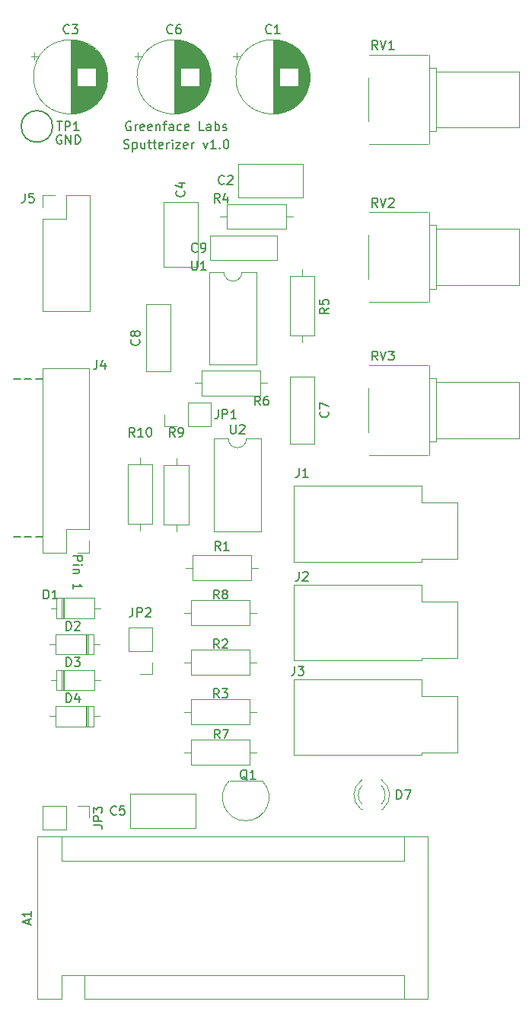
<source format=gbr>
G04 #@! TF.GenerationSoftware,KiCad,Pcbnew,(5.1.2)-1*
G04 #@! TF.CreationDate,2019-10-08T15:51:24-07:00*
G04 #@! TF.ProjectId,sputterizer,73707574-7465-4726-997a-65722e6b6963,rev?*
G04 #@! TF.SameCoordinates,Original*
G04 #@! TF.FileFunction,Legend,Top*
G04 #@! TF.FilePolarity,Positive*
%FSLAX46Y46*%
G04 Gerber Fmt 4.6, Leading zero omitted, Abs format (unit mm)*
G04 Created by KiCad (PCBNEW (5.1.2)-1) date 2019-10-08 15:51:24*
%MOMM*%
%LPD*%
G04 APERTURE LIST*
%ADD10C,0.150000*%
%ADD11C,0.120000*%
G04 APERTURE END LIST*
D10*
X54238095Y-78500000D02*
X54142857Y-78452380D01*
X54000000Y-78452380D01*
X53857142Y-78500000D01*
X53761904Y-78595238D01*
X53714285Y-78690476D01*
X53666666Y-78880952D01*
X53666666Y-79023809D01*
X53714285Y-79214285D01*
X53761904Y-79309523D01*
X53857142Y-79404761D01*
X54000000Y-79452380D01*
X54095238Y-79452380D01*
X54238095Y-79404761D01*
X54285714Y-79357142D01*
X54285714Y-79023809D01*
X54095238Y-79023809D01*
X54714285Y-79452380D02*
X54714285Y-78452380D01*
X55285714Y-79452380D01*
X55285714Y-78452380D01*
X55761904Y-79452380D02*
X55761904Y-78452380D01*
X56000000Y-78452380D01*
X56142857Y-78500000D01*
X56238095Y-78595238D01*
X56285714Y-78690476D01*
X56333333Y-78880952D01*
X56333333Y-79023809D01*
X56285714Y-79214285D01*
X56238095Y-79309523D01*
X56142857Y-79404761D01*
X56000000Y-79452380D01*
X55761904Y-79452380D01*
X48880952Y-123071428D02*
X49642857Y-123071428D01*
X50119047Y-123071428D02*
X50880952Y-123071428D01*
X51357142Y-123071428D02*
X52119047Y-123071428D01*
X48880952Y-105571428D02*
X49642857Y-105571428D01*
X50119047Y-105571428D02*
X50880952Y-105571428D01*
X51357142Y-105571428D02*
X52119047Y-105571428D01*
X55547619Y-125190476D02*
X56547619Y-125190476D01*
X56547619Y-125571428D01*
X56500000Y-125666666D01*
X56452380Y-125714285D01*
X56357142Y-125761904D01*
X56214285Y-125761904D01*
X56119047Y-125714285D01*
X56071428Y-125666666D01*
X56023809Y-125571428D01*
X56023809Y-125190476D01*
X55547619Y-126190476D02*
X56214285Y-126190476D01*
X56547619Y-126190476D02*
X56500000Y-126142857D01*
X56452380Y-126190476D01*
X56500000Y-126238095D01*
X56547619Y-126190476D01*
X56452380Y-126190476D01*
X56214285Y-126666666D02*
X55547619Y-126666666D01*
X56119047Y-126666666D02*
X56166666Y-126714285D01*
X56214285Y-126809523D01*
X56214285Y-126952380D01*
X56166666Y-127047619D01*
X56071428Y-127095238D01*
X55547619Y-127095238D01*
X55547619Y-128857142D02*
X55547619Y-128285714D01*
X55547619Y-128571428D02*
X56547619Y-128571428D01*
X56404761Y-128476190D01*
X56309523Y-128380952D01*
X56261904Y-128285714D01*
X61166666Y-79904761D02*
X61309523Y-79952380D01*
X61547619Y-79952380D01*
X61642857Y-79904761D01*
X61690476Y-79857142D01*
X61738095Y-79761904D01*
X61738095Y-79666666D01*
X61690476Y-79571428D01*
X61642857Y-79523809D01*
X61547619Y-79476190D01*
X61357142Y-79428571D01*
X61261904Y-79380952D01*
X61214285Y-79333333D01*
X61166666Y-79238095D01*
X61166666Y-79142857D01*
X61214285Y-79047619D01*
X61261904Y-79000000D01*
X61357142Y-78952380D01*
X61595238Y-78952380D01*
X61738095Y-79000000D01*
X62166666Y-79285714D02*
X62166666Y-80285714D01*
X62166666Y-79333333D02*
X62261904Y-79285714D01*
X62452380Y-79285714D01*
X62547619Y-79333333D01*
X62595238Y-79380952D01*
X62642857Y-79476190D01*
X62642857Y-79761904D01*
X62595238Y-79857142D01*
X62547619Y-79904761D01*
X62452380Y-79952380D01*
X62261904Y-79952380D01*
X62166666Y-79904761D01*
X63500000Y-79285714D02*
X63500000Y-79952380D01*
X63071428Y-79285714D02*
X63071428Y-79809523D01*
X63119047Y-79904761D01*
X63214285Y-79952380D01*
X63357142Y-79952380D01*
X63452380Y-79904761D01*
X63500000Y-79857142D01*
X63833333Y-79285714D02*
X64214285Y-79285714D01*
X63976190Y-78952380D02*
X63976190Y-79809523D01*
X64023809Y-79904761D01*
X64119047Y-79952380D01*
X64214285Y-79952380D01*
X64404761Y-79285714D02*
X64785714Y-79285714D01*
X64547619Y-78952380D02*
X64547619Y-79809523D01*
X64595238Y-79904761D01*
X64690476Y-79952380D01*
X64785714Y-79952380D01*
X65500000Y-79904761D02*
X65404761Y-79952380D01*
X65214285Y-79952380D01*
X65119047Y-79904761D01*
X65071428Y-79809523D01*
X65071428Y-79428571D01*
X65119047Y-79333333D01*
X65214285Y-79285714D01*
X65404761Y-79285714D01*
X65500000Y-79333333D01*
X65547619Y-79428571D01*
X65547619Y-79523809D01*
X65071428Y-79619047D01*
X65976190Y-79952380D02*
X65976190Y-79285714D01*
X65976190Y-79476190D02*
X66023809Y-79380952D01*
X66071428Y-79333333D01*
X66166666Y-79285714D01*
X66261904Y-79285714D01*
X66595238Y-79952380D02*
X66595238Y-79285714D01*
X66595238Y-78952380D02*
X66547619Y-79000000D01*
X66595238Y-79047619D01*
X66642857Y-79000000D01*
X66595238Y-78952380D01*
X66595238Y-79047619D01*
X66976190Y-79285714D02*
X67500000Y-79285714D01*
X66976190Y-79952380D01*
X67500000Y-79952380D01*
X68261904Y-79904761D02*
X68166666Y-79952380D01*
X67976190Y-79952380D01*
X67880952Y-79904761D01*
X67833333Y-79809523D01*
X67833333Y-79428571D01*
X67880952Y-79333333D01*
X67976190Y-79285714D01*
X68166666Y-79285714D01*
X68261904Y-79333333D01*
X68309523Y-79428571D01*
X68309523Y-79523809D01*
X67833333Y-79619047D01*
X68738095Y-79952380D02*
X68738095Y-79285714D01*
X68738095Y-79476190D02*
X68785714Y-79380952D01*
X68833333Y-79333333D01*
X68928571Y-79285714D01*
X69023809Y-79285714D01*
X70023809Y-79285714D02*
X70261904Y-79952380D01*
X70500000Y-79285714D01*
X71404761Y-79952380D02*
X70833333Y-79952380D01*
X71119047Y-79952380D02*
X71119047Y-78952380D01*
X71023809Y-79095238D01*
X70928571Y-79190476D01*
X70833333Y-79238095D01*
X71833333Y-79857142D02*
X71880952Y-79904761D01*
X71833333Y-79952380D01*
X71785714Y-79904761D01*
X71833333Y-79857142D01*
X71833333Y-79952380D01*
X72500000Y-78952380D02*
X72595238Y-78952380D01*
X72690476Y-79000000D01*
X72738095Y-79047619D01*
X72785714Y-79142857D01*
X72833333Y-79333333D01*
X72833333Y-79571428D01*
X72785714Y-79761904D01*
X72738095Y-79857142D01*
X72690476Y-79904761D01*
X72595238Y-79952380D01*
X72500000Y-79952380D01*
X72404761Y-79904761D01*
X72357142Y-79857142D01*
X72309523Y-79761904D01*
X72261904Y-79571428D01*
X72261904Y-79333333D01*
X72309523Y-79142857D01*
X72357142Y-79047619D01*
X72404761Y-79000000D01*
X72500000Y-78952380D01*
X61952380Y-77000000D02*
X61857142Y-76952380D01*
X61714285Y-76952380D01*
X61571428Y-77000000D01*
X61476190Y-77095238D01*
X61428571Y-77190476D01*
X61380952Y-77380952D01*
X61380952Y-77523809D01*
X61428571Y-77714285D01*
X61476190Y-77809523D01*
X61571428Y-77904761D01*
X61714285Y-77952380D01*
X61809523Y-77952380D01*
X61952380Y-77904761D01*
X61999999Y-77857142D01*
X61999999Y-77523809D01*
X61809523Y-77523809D01*
X62428571Y-77952380D02*
X62428571Y-77285714D01*
X62428571Y-77476190D02*
X62476190Y-77380952D01*
X62523809Y-77333333D01*
X62619047Y-77285714D01*
X62714285Y-77285714D01*
X63428571Y-77904761D02*
X63333333Y-77952380D01*
X63142857Y-77952380D01*
X63047619Y-77904761D01*
X62999999Y-77809523D01*
X62999999Y-77428571D01*
X63047619Y-77333333D01*
X63142857Y-77285714D01*
X63333333Y-77285714D01*
X63428571Y-77333333D01*
X63476190Y-77428571D01*
X63476190Y-77523809D01*
X62999999Y-77619047D01*
X64285714Y-77904761D02*
X64190476Y-77952380D01*
X63999999Y-77952380D01*
X63904761Y-77904761D01*
X63857142Y-77809523D01*
X63857142Y-77428571D01*
X63904761Y-77333333D01*
X63999999Y-77285714D01*
X64190476Y-77285714D01*
X64285714Y-77333333D01*
X64333333Y-77428571D01*
X64333333Y-77523809D01*
X63857142Y-77619047D01*
X64761904Y-77285714D02*
X64761904Y-77952380D01*
X64761904Y-77380952D02*
X64809523Y-77333333D01*
X64904761Y-77285714D01*
X65047619Y-77285714D01*
X65142857Y-77333333D01*
X65190476Y-77428571D01*
X65190476Y-77952380D01*
X65523809Y-77285714D02*
X65904761Y-77285714D01*
X65666666Y-77952380D02*
X65666666Y-77095238D01*
X65714285Y-77000000D01*
X65809523Y-76952380D01*
X65904761Y-76952380D01*
X66666666Y-77952380D02*
X66666666Y-77428571D01*
X66619047Y-77333333D01*
X66523809Y-77285714D01*
X66333333Y-77285714D01*
X66238095Y-77333333D01*
X66666666Y-77904761D02*
X66571428Y-77952380D01*
X66333333Y-77952380D01*
X66238095Y-77904761D01*
X66190476Y-77809523D01*
X66190476Y-77714285D01*
X66238095Y-77619047D01*
X66333333Y-77571428D01*
X66571428Y-77571428D01*
X66666666Y-77523809D01*
X67571428Y-77904761D02*
X67476190Y-77952380D01*
X67285714Y-77952380D01*
X67190476Y-77904761D01*
X67142857Y-77857142D01*
X67095238Y-77761904D01*
X67095238Y-77476190D01*
X67142857Y-77380952D01*
X67190476Y-77333333D01*
X67285714Y-77285714D01*
X67476190Y-77285714D01*
X67571428Y-77333333D01*
X68380952Y-77904761D02*
X68285714Y-77952380D01*
X68095238Y-77952380D01*
X68000000Y-77904761D01*
X67952380Y-77809523D01*
X67952380Y-77428571D01*
X68000000Y-77333333D01*
X68095238Y-77285714D01*
X68285714Y-77285714D01*
X68380952Y-77333333D01*
X68428571Y-77428571D01*
X68428571Y-77523809D01*
X67952380Y-77619047D01*
X70095238Y-77952380D02*
X69619047Y-77952380D01*
X69619047Y-76952380D01*
X70857142Y-77952380D02*
X70857142Y-77428571D01*
X70809523Y-77333333D01*
X70714285Y-77285714D01*
X70523809Y-77285714D01*
X70428571Y-77333333D01*
X70857142Y-77904761D02*
X70761904Y-77952380D01*
X70523809Y-77952380D01*
X70428571Y-77904761D01*
X70380952Y-77809523D01*
X70380952Y-77714285D01*
X70428571Y-77619047D01*
X70523809Y-77571428D01*
X70761904Y-77571428D01*
X70857142Y-77523809D01*
X71333333Y-77952380D02*
X71333333Y-76952380D01*
X71333333Y-77333333D02*
X71428571Y-77285714D01*
X71619047Y-77285714D01*
X71714285Y-77333333D01*
X71761904Y-77380952D01*
X71809523Y-77476190D01*
X71809523Y-77761904D01*
X71761904Y-77857142D01*
X71714285Y-77904761D01*
X71619047Y-77952380D01*
X71428571Y-77952380D01*
X71333333Y-77904761D01*
X72190476Y-77904761D02*
X72285714Y-77952380D01*
X72476190Y-77952380D01*
X72571428Y-77904761D01*
X72619047Y-77809523D01*
X72619047Y-77761904D01*
X72571428Y-77666666D01*
X72476190Y-77619047D01*
X72333333Y-77619047D01*
X72238095Y-77571428D01*
X72190476Y-77476190D01*
X72190476Y-77428571D01*
X72238095Y-77333333D01*
X72333333Y-77285714D01*
X72476190Y-77285714D01*
X72571428Y-77333333D01*
D11*
X52170000Y-85170000D02*
X53500000Y-85170000D01*
X52170000Y-86500000D02*
X52170000Y-85170000D01*
X54770000Y-85170000D02*
X57370000Y-85170000D01*
X54770000Y-87770000D02*
X54770000Y-85170000D01*
X52170000Y-87770000D02*
X54770000Y-87770000D01*
X57370000Y-85170000D02*
X57370000Y-97990000D01*
X52170000Y-87770000D02*
X52170000Y-97990000D01*
X52170000Y-97990000D02*
X57370000Y-97990000D01*
X51560000Y-156360000D02*
X51560000Y-174400000D01*
X95000000Y-156360000D02*
X51560000Y-156360000D01*
X95000000Y-174400000D02*
X95000000Y-156360000D01*
X92330000Y-171730000D02*
X92330000Y-174400000D01*
X56770000Y-171730000D02*
X92330000Y-171730000D01*
X56770000Y-171730000D02*
X56770000Y-174400000D01*
X92330000Y-159030000D02*
X92330000Y-156360000D01*
X54230000Y-159030000D02*
X92330000Y-159030000D01*
X54230000Y-159030000D02*
X54230000Y-156360000D01*
X51560000Y-174400000D02*
X54230000Y-174400000D01*
X56770000Y-174400000D02*
X95000000Y-174400000D01*
X54230000Y-171730000D02*
X54230000Y-174400000D01*
X56770000Y-171730000D02*
X54230000Y-171730000D01*
X73740302Y-69285000D02*
X73740302Y-70085000D01*
X73340302Y-69685000D02*
X74140302Y-69685000D01*
X81831000Y-71467000D02*
X81831000Y-72533000D01*
X81791000Y-71232000D02*
X81791000Y-72768000D01*
X81751000Y-71052000D02*
X81751000Y-72948000D01*
X81711000Y-70902000D02*
X81711000Y-73098000D01*
X81671000Y-70771000D02*
X81671000Y-73229000D01*
X81631000Y-70654000D02*
X81631000Y-73346000D01*
X81591000Y-70547000D02*
X81591000Y-73453000D01*
X81551000Y-70448000D02*
X81551000Y-73552000D01*
X81511000Y-70355000D02*
X81511000Y-73645000D01*
X81471000Y-70269000D02*
X81471000Y-73731000D01*
X81431000Y-70187000D02*
X81431000Y-73813000D01*
X81391000Y-70110000D02*
X81391000Y-73890000D01*
X81351000Y-70036000D02*
X81351000Y-73964000D01*
X81311000Y-69966000D02*
X81311000Y-74034000D01*
X81271000Y-69898000D02*
X81271000Y-74102000D01*
X81231000Y-69834000D02*
X81231000Y-74166000D01*
X81191000Y-69772000D02*
X81191000Y-74228000D01*
X81151000Y-69713000D02*
X81151000Y-74287000D01*
X81111000Y-69655000D02*
X81111000Y-74345000D01*
X81071000Y-69600000D02*
X81071000Y-74400000D01*
X81031000Y-69546000D02*
X81031000Y-74454000D01*
X80991000Y-69495000D02*
X80991000Y-74505000D01*
X80951000Y-69444000D02*
X80951000Y-74556000D01*
X80911000Y-69396000D02*
X80911000Y-74604000D01*
X80871000Y-69349000D02*
X80871000Y-74651000D01*
X80831000Y-69303000D02*
X80831000Y-74697000D01*
X80791000Y-69259000D02*
X80791000Y-74741000D01*
X80751000Y-69216000D02*
X80751000Y-74784000D01*
X80711000Y-69174000D02*
X80711000Y-74826000D01*
X80671000Y-69133000D02*
X80671000Y-74867000D01*
X80631000Y-69093000D02*
X80631000Y-74907000D01*
X80591000Y-69055000D02*
X80591000Y-74945000D01*
X80551000Y-69017000D02*
X80551000Y-74983000D01*
X80511000Y-73040000D02*
X80511000Y-75019000D01*
X80511000Y-68981000D02*
X80511000Y-70960000D01*
X80471000Y-73040000D02*
X80471000Y-75055000D01*
X80471000Y-68945000D02*
X80471000Y-70960000D01*
X80431000Y-73040000D02*
X80431000Y-75090000D01*
X80431000Y-68910000D02*
X80431000Y-70960000D01*
X80391000Y-73040000D02*
X80391000Y-75124000D01*
X80391000Y-68876000D02*
X80391000Y-70960000D01*
X80351000Y-73040000D02*
X80351000Y-75156000D01*
X80351000Y-68844000D02*
X80351000Y-70960000D01*
X80311000Y-73040000D02*
X80311000Y-75189000D01*
X80311000Y-68811000D02*
X80311000Y-70960000D01*
X80271000Y-73040000D02*
X80271000Y-75220000D01*
X80271000Y-68780000D02*
X80271000Y-70960000D01*
X80231000Y-73040000D02*
X80231000Y-75250000D01*
X80231000Y-68750000D02*
X80231000Y-70960000D01*
X80191000Y-73040000D02*
X80191000Y-75280000D01*
X80191000Y-68720000D02*
X80191000Y-70960000D01*
X80151000Y-73040000D02*
X80151000Y-75309000D01*
X80151000Y-68691000D02*
X80151000Y-70960000D01*
X80111000Y-73040000D02*
X80111000Y-75338000D01*
X80111000Y-68662000D02*
X80111000Y-70960000D01*
X80071000Y-73040000D02*
X80071000Y-75365000D01*
X80071000Y-68635000D02*
X80071000Y-70960000D01*
X80031000Y-73040000D02*
X80031000Y-75392000D01*
X80031000Y-68608000D02*
X80031000Y-70960000D01*
X79991000Y-73040000D02*
X79991000Y-75418000D01*
X79991000Y-68582000D02*
X79991000Y-70960000D01*
X79951000Y-73040000D02*
X79951000Y-75444000D01*
X79951000Y-68556000D02*
X79951000Y-70960000D01*
X79911000Y-73040000D02*
X79911000Y-75469000D01*
X79911000Y-68531000D02*
X79911000Y-70960000D01*
X79871000Y-73040000D02*
X79871000Y-75493000D01*
X79871000Y-68507000D02*
X79871000Y-70960000D01*
X79831000Y-73040000D02*
X79831000Y-75517000D01*
X79831000Y-68483000D02*
X79831000Y-70960000D01*
X79791000Y-73040000D02*
X79791000Y-75540000D01*
X79791000Y-68460000D02*
X79791000Y-70960000D01*
X79751000Y-73040000D02*
X79751000Y-75562000D01*
X79751000Y-68438000D02*
X79751000Y-70960000D01*
X79711000Y-73040000D02*
X79711000Y-75584000D01*
X79711000Y-68416000D02*
X79711000Y-70960000D01*
X79671000Y-73040000D02*
X79671000Y-75606000D01*
X79671000Y-68394000D02*
X79671000Y-70960000D01*
X79631000Y-73040000D02*
X79631000Y-75627000D01*
X79631000Y-68373000D02*
X79631000Y-70960000D01*
X79591000Y-73040000D02*
X79591000Y-75647000D01*
X79591000Y-68353000D02*
X79591000Y-70960000D01*
X79551000Y-73040000D02*
X79551000Y-75666000D01*
X79551000Y-68334000D02*
X79551000Y-70960000D01*
X79511000Y-73040000D02*
X79511000Y-75686000D01*
X79511000Y-68314000D02*
X79511000Y-70960000D01*
X79471000Y-73040000D02*
X79471000Y-75704000D01*
X79471000Y-68296000D02*
X79471000Y-70960000D01*
X79431000Y-73040000D02*
X79431000Y-75722000D01*
X79431000Y-68278000D02*
X79431000Y-70960000D01*
X79391000Y-73040000D02*
X79391000Y-75740000D01*
X79391000Y-68260000D02*
X79391000Y-70960000D01*
X79351000Y-73040000D02*
X79351000Y-75757000D01*
X79351000Y-68243000D02*
X79351000Y-70960000D01*
X79311000Y-73040000D02*
X79311000Y-75774000D01*
X79311000Y-68226000D02*
X79311000Y-70960000D01*
X79271000Y-73040000D02*
X79271000Y-75790000D01*
X79271000Y-68210000D02*
X79271000Y-70960000D01*
X79231000Y-73040000D02*
X79231000Y-75805000D01*
X79231000Y-68195000D02*
X79231000Y-70960000D01*
X79191000Y-73040000D02*
X79191000Y-75821000D01*
X79191000Y-68179000D02*
X79191000Y-70960000D01*
X79151000Y-73040000D02*
X79151000Y-75835000D01*
X79151000Y-68165000D02*
X79151000Y-70960000D01*
X79111000Y-73040000D02*
X79111000Y-75850000D01*
X79111000Y-68150000D02*
X79111000Y-70960000D01*
X79071000Y-73040000D02*
X79071000Y-75863000D01*
X79071000Y-68137000D02*
X79071000Y-70960000D01*
X79031000Y-73040000D02*
X79031000Y-75877000D01*
X79031000Y-68123000D02*
X79031000Y-70960000D01*
X78991000Y-73040000D02*
X78991000Y-75889000D01*
X78991000Y-68111000D02*
X78991000Y-70960000D01*
X78951000Y-73040000D02*
X78951000Y-75902000D01*
X78951000Y-68098000D02*
X78951000Y-70960000D01*
X78911000Y-73040000D02*
X78911000Y-75914000D01*
X78911000Y-68086000D02*
X78911000Y-70960000D01*
X78871000Y-73040000D02*
X78871000Y-75925000D01*
X78871000Y-68075000D02*
X78871000Y-70960000D01*
X78831000Y-73040000D02*
X78831000Y-75936000D01*
X78831000Y-68064000D02*
X78831000Y-70960000D01*
X78791000Y-73040000D02*
X78791000Y-75947000D01*
X78791000Y-68053000D02*
X78791000Y-70960000D01*
X78751000Y-73040000D02*
X78751000Y-75957000D01*
X78751000Y-68043000D02*
X78751000Y-70960000D01*
X78711000Y-73040000D02*
X78711000Y-75967000D01*
X78711000Y-68033000D02*
X78711000Y-70960000D01*
X78671000Y-73040000D02*
X78671000Y-75976000D01*
X78671000Y-68024000D02*
X78671000Y-70960000D01*
X78631000Y-73040000D02*
X78631000Y-75985000D01*
X78631000Y-68015000D02*
X78631000Y-70960000D01*
X78591000Y-73040000D02*
X78591000Y-75994000D01*
X78591000Y-68006000D02*
X78591000Y-70960000D01*
X78551000Y-73040000D02*
X78551000Y-76002000D01*
X78551000Y-67998000D02*
X78551000Y-70960000D01*
X78511000Y-73040000D02*
X78511000Y-76010000D01*
X78511000Y-67990000D02*
X78511000Y-70960000D01*
X78471000Y-73040000D02*
X78471000Y-76017000D01*
X78471000Y-67983000D02*
X78471000Y-70960000D01*
X78430000Y-67976000D02*
X78430000Y-76024000D01*
X78390000Y-67970000D02*
X78390000Y-76030000D01*
X78350000Y-67963000D02*
X78350000Y-76037000D01*
X78310000Y-67958000D02*
X78310000Y-76042000D01*
X78270000Y-67952000D02*
X78270000Y-76048000D01*
X78230000Y-67948000D02*
X78230000Y-76052000D01*
X78190000Y-67943000D02*
X78190000Y-76057000D01*
X78150000Y-67939000D02*
X78150000Y-76061000D01*
X78110000Y-67935000D02*
X78110000Y-76065000D01*
X78070000Y-67932000D02*
X78070000Y-76068000D01*
X78030000Y-67929000D02*
X78030000Y-76071000D01*
X77990000Y-67926000D02*
X77990000Y-76074000D01*
X77950000Y-67924000D02*
X77950000Y-76076000D01*
X77910000Y-67923000D02*
X77910000Y-76077000D01*
X77870000Y-67921000D02*
X77870000Y-76079000D01*
X77830000Y-67920000D02*
X77830000Y-76080000D01*
X77790000Y-67920000D02*
X77790000Y-76080000D01*
X77750000Y-67920000D02*
X77750000Y-76080000D01*
X81870000Y-72000000D02*
G75*
G03X81870000Y-72000000I-4120000J0D01*
G01*
X81120000Y-81630000D02*
X81120000Y-85370000D01*
X73880000Y-81630000D02*
X73880000Y-85370000D01*
X73880000Y-85370000D02*
X81120000Y-85370000D01*
X73880000Y-81630000D02*
X81120000Y-81630000D01*
X51240302Y-69285000D02*
X51240302Y-70085000D01*
X50840302Y-69685000D02*
X51640302Y-69685000D01*
X59331000Y-71467000D02*
X59331000Y-72533000D01*
X59291000Y-71232000D02*
X59291000Y-72768000D01*
X59251000Y-71052000D02*
X59251000Y-72948000D01*
X59211000Y-70902000D02*
X59211000Y-73098000D01*
X59171000Y-70771000D02*
X59171000Y-73229000D01*
X59131000Y-70654000D02*
X59131000Y-73346000D01*
X59091000Y-70547000D02*
X59091000Y-73453000D01*
X59051000Y-70448000D02*
X59051000Y-73552000D01*
X59011000Y-70355000D02*
X59011000Y-73645000D01*
X58971000Y-70269000D02*
X58971000Y-73731000D01*
X58931000Y-70187000D02*
X58931000Y-73813000D01*
X58891000Y-70110000D02*
X58891000Y-73890000D01*
X58851000Y-70036000D02*
X58851000Y-73964000D01*
X58811000Y-69966000D02*
X58811000Y-74034000D01*
X58771000Y-69898000D02*
X58771000Y-74102000D01*
X58731000Y-69834000D02*
X58731000Y-74166000D01*
X58691000Y-69772000D02*
X58691000Y-74228000D01*
X58651000Y-69713000D02*
X58651000Y-74287000D01*
X58611000Y-69655000D02*
X58611000Y-74345000D01*
X58571000Y-69600000D02*
X58571000Y-74400000D01*
X58531000Y-69546000D02*
X58531000Y-74454000D01*
X58491000Y-69495000D02*
X58491000Y-74505000D01*
X58451000Y-69444000D02*
X58451000Y-74556000D01*
X58411000Y-69396000D02*
X58411000Y-74604000D01*
X58371000Y-69349000D02*
X58371000Y-74651000D01*
X58331000Y-69303000D02*
X58331000Y-74697000D01*
X58291000Y-69259000D02*
X58291000Y-74741000D01*
X58251000Y-69216000D02*
X58251000Y-74784000D01*
X58211000Y-69174000D02*
X58211000Y-74826000D01*
X58171000Y-69133000D02*
X58171000Y-74867000D01*
X58131000Y-69093000D02*
X58131000Y-74907000D01*
X58091000Y-69055000D02*
X58091000Y-74945000D01*
X58051000Y-69017000D02*
X58051000Y-74983000D01*
X58011000Y-73040000D02*
X58011000Y-75019000D01*
X58011000Y-68981000D02*
X58011000Y-70960000D01*
X57971000Y-73040000D02*
X57971000Y-75055000D01*
X57971000Y-68945000D02*
X57971000Y-70960000D01*
X57931000Y-73040000D02*
X57931000Y-75090000D01*
X57931000Y-68910000D02*
X57931000Y-70960000D01*
X57891000Y-73040000D02*
X57891000Y-75124000D01*
X57891000Y-68876000D02*
X57891000Y-70960000D01*
X57851000Y-73040000D02*
X57851000Y-75156000D01*
X57851000Y-68844000D02*
X57851000Y-70960000D01*
X57811000Y-73040000D02*
X57811000Y-75189000D01*
X57811000Y-68811000D02*
X57811000Y-70960000D01*
X57771000Y-73040000D02*
X57771000Y-75220000D01*
X57771000Y-68780000D02*
X57771000Y-70960000D01*
X57731000Y-73040000D02*
X57731000Y-75250000D01*
X57731000Y-68750000D02*
X57731000Y-70960000D01*
X57691000Y-73040000D02*
X57691000Y-75280000D01*
X57691000Y-68720000D02*
X57691000Y-70960000D01*
X57651000Y-73040000D02*
X57651000Y-75309000D01*
X57651000Y-68691000D02*
X57651000Y-70960000D01*
X57611000Y-73040000D02*
X57611000Y-75338000D01*
X57611000Y-68662000D02*
X57611000Y-70960000D01*
X57571000Y-73040000D02*
X57571000Y-75365000D01*
X57571000Y-68635000D02*
X57571000Y-70960000D01*
X57531000Y-73040000D02*
X57531000Y-75392000D01*
X57531000Y-68608000D02*
X57531000Y-70960000D01*
X57491000Y-73040000D02*
X57491000Y-75418000D01*
X57491000Y-68582000D02*
X57491000Y-70960000D01*
X57451000Y-73040000D02*
X57451000Y-75444000D01*
X57451000Y-68556000D02*
X57451000Y-70960000D01*
X57411000Y-73040000D02*
X57411000Y-75469000D01*
X57411000Y-68531000D02*
X57411000Y-70960000D01*
X57371000Y-73040000D02*
X57371000Y-75493000D01*
X57371000Y-68507000D02*
X57371000Y-70960000D01*
X57331000Y-73040000D02*
X57331000Y-75517000D01*
X57331000Y-68483000D02*
X57331000Y-70960000D01*
X57291000Y-73040000D02*
X57291000Y-75540000D01*
X57291000Y-68460000D02*
X57291000Y-70960000D01*
X57251000Y-73040000D02*
X57251000Y-75562000D01*
X57251000Y-68438000D02*
X57251000Y-70960000D01*
X57211000Y-73040000D02*
X57211000Y-75584000D01*
X57211000Y-68416000D02*
X57211000Y-70960000D01*
X57171000Y-73040000D02*
X57171000Y-75606000D01*
X57171000Y-68394000D02*
X57171000Y-70960000D01*
X57131000Y-73040000D02*
X57131000Y-75627000D01*
X57131000Y-68373000D02*
X57131000Y-70960000D01*
X57091000Y-73040000D02*
X57091000Y-75647000D01*
X57091000Y-68353000D02*
X57091000Y-70960000D01*
X57051000Y-73040000D02*
X57051000Y-75666000D01*
X57051000Y-68334000D02*
X57051000Y-70960000D01*
X57011000Y-73040000D02*
X57011000Y-75686000D01*
X57011000Y-68314000D02*
X57011000Y-70960000D01*
X56971000Y-73040000D02*
X56971000Y-75704000D01*
X56971000Y-68296000D02*
X56971000Y-70960000D01*
X56931000Y-73040000D02*
X56931000Y-75722000D01*
X56931000Y-68278000D02*
X56931000Y-70960000D01*
X56891000Y-73040000D02*
X56891000Y-75740000D01*
X56891000Y-68260000D02*
X56891000Y-70960000D01*
X56851000Y-73040000D02*
X56851000Y-75757000D01*
X56851000Y-68243000D02*
X56851000Y-70960000D01*
X56811000Y-73040000D02*
X56811000Y-75774000D01*
X56811000Y-68226000D02*
X56811000Y-70960000D01*
X56771000Y-73040000D02*
X56771000Y-75790000D01*
X56771000Y-68210000D02*
X56771000Y-70960000D01*
X56731000Y-73040000D02*
X56731000Y-75805000D01*
X56731000Y-68195000D02*
X56731000Y-70960000D01*
X56691000Y-73040000D02*
X56691000Y-75821000D01*
X56691000Y-68179000D02*
X56691000Y-70960000D01*
X56651000Y-73040000D02*
X56651000Y-75835000D01*
X56651000Y-68165000D02*
X56651000Y-70960000D01*
X56611000Y-73040000D02*
X56611000Y-75850000D01*
X56611000Y-68150000D02*
X56611000Y-70960000D01*
X56571000Y-73040000D02*
X56571000Y-75863000D01*
X56571000Y-68137000D02*
X56571000Y-70960000D01*
X56531000Y-73040000D02*
X56531000Y-75877000D01*
X56531000Y-68123000D02*
X56531000Y-70960000D01*
X56491000Y-73040000D02*
X56491000Y-75889000D01*
X56491000Y-68111000D02*
X56491000Y-70960000D01*
X56451000Y-73040000D02*
X56451000Y-75902000D01*
X56451000Y-68098000D02*
X56451000Y-70960000D01*
X56411000Y-73040000D02*
X56411000Y-75914000D01*
X56411000Y-68086000D02*
X56411000Y-70960000D01*
X56371000Y-73040000D02*
X56371000Y-75925000D01*
X56371000Y-68075000D02*
X56371000Y-70960000D01*
X56331000Y-73040000D02*
X56331000Y-75936000D01*
X56331000Y-68064000D02*
X56331000Y-70960000D01*
X56291000Y-73040000D02*
X56291000Y-75947000D01*
X56291000Y-68053000D02*
X56291000Y-70960000D01*
X56251000Y-73040000D02*
X56251000Y-75957000D01*
X56251000Y-68043000D02*
X56251000Y-70960000D01*
X56211000Y-73040000D02*
X56211000Y-75967000D01*
X56211000Y-68033000D02*
X56211000Y-70960000D01*
X56171000Y-73040000D02*
X56171000Y-75976000D01*
X56171000Y-68024000D02*
X56171000Y-70960000D01*
X56131000Y-73040000D02*
X56131000Y-75985000D01*
X56131000Y-68015000D02*
X56131000Y-70960000D01*
X56091000Y-73040000D02*
X56091000Y-75994000D01*
X56091000Y-68006000D02*
X56091000Y-70960000D01*
X56051000Y-73040000D02*
X56051000Y-76002000D01*
X56051000Y-67998000D02*
X56051000Y-70960000D01*
X56011000Y-73040000D02*
X56011000Y-76010000D01*
X56011000Y-67990000D02*
X56011000Y-70960000D01*
X55971000Y-73040000D02*
X55971000Y-76017000D01*
X55971000Y-67983000D02*
X55971000Y-70960000D01*
X55930000Y-67976000D02*
X55930000Y-76024000D01*
X55890000Y-67970000D02*
X55890000Y-76030000D01*
X55850000Y-67963000D02*
X55850000Y-76037000D01*
X55810000Y-67958000D02*
X55810000Y-76042000D01*
X55770000Y-67952000D02*
X55770000Y-76048000D01*
X55730000Y-67948000D02*
X55730000Y-76052000D01*
X55690000Y-67943000D02*
X55690000Y-76057000D01*
X55650000Y-67939000D02*
X55650000Y-76061000D01*
X55610000Y-67935000D02*
X55610000Y-76065000D01*
X55570000Y-67932000D02*
X55570000Y-76068000D01*
X55530000Y-67929000D02*
X55530000Y-76071000D01*
X55490000Y-67926000D02*
X55490000Y-76074000D01*
X55450000Y-67924000D02*
X55450000Y-76076000D01*
X55410000Y-67923000D02*
X55410000Y-76077000D01*
X55370000Y-67921000D02*
X55370000Y-76079000D01*
X55330000Y-67920000D02*
X55330000Y-76080000D01*
X55290000Y-67920000D02*
X55290000Y-76080000D01*
X55250000Y-67920000D02*
X55250000Y-76080000D01*
X59370000Y-72000000D02*
G75*
G03X59370000Y-72000000I-4120000J0D01*
G01*
X69370000Y-93120000D02*
X65630000Y-93120000D01*
X69370000Y-85880000D02*
X65630000Y-85880000D01*
X65630000Y-85880000D02*
X65630000Y-93120000D01*
X69370000Y-85880000D02*
X69370000Y-93120000D01*
X69120000Y-151630000D02*
X69120000Y-155370000D01*
X61880000Y-151630000D02*
X61880000Y-155370000D01*
X61880000Y-155370000D02*
X69120000Y-155370000D01*
X61880000Y-151630000D02*
X69120000Y-151630000D01*
X62740302Y-69285000D02*
X62740302Y-70085000D01*
X62340302Y-69685000D02*
X63140302Y-69685000D01*
X70831000Y-71467000D02*
X70831000Y-72533000D01*
X70791000Y-71232000D02*
X70791000Y-72768000D01*
X70751000Y-71052000D02*
X70751000Y-72948000D01*
X70711000Y-70902000D02*
X70711000Y-73098000D01*
X70671000Y-70771000D02*
X70671000Y-73229000D01*
X70631000Y-70654000D02*
X70631000Y-73346000D01*
X70591000Y-70547000D02*
X70591000Y-73453000D01*
X70551000Y-70448000D02*
X70551000Y-73552000D01*
X70511000Y-70355000D02*
X70511000Y-73645000D01*
X70471000Y-70269000D02*
X70471000Y-73731000D01*
X70431000Y-70187000D02*
X70431000Y-73813000D01*
X70391000Y-70110000D02*
X70391000Y-73890000D01*
X70351000Y-70036000D02*
X70351000Y-73964000D01*
X70311000Y-69966000D02*
X70311000Y-74034000D01*
X70271000Y-69898000D02*
X70271000Y-74102000D01*
X70231000Y-69834000D02*
X70231000Y-74166000D01*
X70191000Y-69772000D02*
X70191000Y-74228000D01*
X70151000Y-69713000D02*
X70151000Y-74287000D01*
X70111000Y-69655000D02*
X70111000Y-74345000D01*
X70071000Y-69600000D02*
X70071000Y-74400000D01*
X70031000Y-69546000D02*
X70031000Y-74454000D01*
X69991000Y-69495000D02*
X69991000Y-74505000D01*
X69951000Y-69444000D02*
X69951000Y-74556000D01*
X69911000Y-69396000D02*
X69911000Y-74604000D01*
X69871000Y-69349000D02*
X69871000Y-74651000D01*
X69831000Y-69303000D02*
X69831000Y-74697000D01*
X69791000Y-69259000D02*
X69791000Y-74741000D01*
X69751000Y-69216000D02*
X69751000Y-74784000D01*
X69711000Y-69174000D02*
X69711000Y-74826000D01*
X69671000Y-69133000D02*
X69671000Y-74867000D01*
X69631000Y-69093000D02*
X69631000Y-74907000D01*
X69591000Y-69055000D02*
X69591000Y-74945000D01*
X69551000Y-69017000D02*
X69551000Y-74983000D01*
X69511000Y-73040000D02*
X69511000Y-75019000D01*
X69511000Y-68981000D02*
X69511000Y-70960000D01*
X69471000Y-73040000D02*
X69471000Y-75055000D01*
X69471000Y-68945000D02*
X69471000Y-70960000D01*
X69431000Y-73040000D02*
X69431000Y-75090000D01*
X69431000Y-68910000D02*
X69431000Y-70960000D01*
X69391000Y-73040000D02*
X69391000Y-75124000D01*
X69391000Y-68876000D02*
X69391000Y-70960000D01*
X69351000Y-73040000D02*
X69351000Y-75156000D01*
X69351000Y-68844000D02*
X69351000Y-70960000D01*
X69311000Y-73040000D02*
X69311000Y-75189000D01*
X69311000Y-68811000D02*
X69311000Y-70960000D01*
X69271000Y-73040000D02*
X69271000Y-75220000D01*
X69271000Y-68780000D02*
X69271000Y-70960000D01*
X69231000Y-73040000D02*
X69231000Y-75250000D01*
X69231000Y-68750000D02*
X69231000Y-70960000D01*
X69191000Y-73040000D02*
X69191000Y-75280000D01*
X69191000Y-68720000D02*
X69191000Y-70960000D01*
X69151000Y-73040000D02*
X69151000Y-75309000D01*
X69151000Y-68691000D02*
X69151000Y-70960000D01*
X69111000Y-73040000D02*
X69111000Y-75338000D01*
X69111000Y-68662000D02*
X69111000Y-70960000D01*
X69071000Y-73040000D02*
X69071000Y-75365000D01*
X69071000Y-68635000D02*
X69071000Y-70960000D01*
X69031000Y-73040000D02*
X69031000Y-75392000D01*
X69031000Y-68608000D02*
X69031000Y-70960000D01*
X68991000Y-73040000D02*
X68991000Y-75418000D01*
X68991000Y-68582000D02*
X68991000Y-70960000D01*
X68951000Y-73040000D02*
X68951000Y-75444000D01*
X68951000Y-68556000D02*
X68951000Y-70960000D01*
X68911000Y-73040000D02*
X68911000Y-75469000D01*
X68911000Y-68531000D02*
X68911000Y-70960000D01*
X68871000Y-73040000D02*
X68871000Y-75493000D01*
X68871000Y-68507000D02*
X68871000Y-70960000D01*
X68831000Y-73040000D02*
X68831000Y-75517000D01*
X68831000Y-68483000D02*
X68831000Y-70960000D01*
X68791000Y-73040000D02*
X68791000Y-75540000D01*
X68791000Y-68460000D02*
X68791000Y-70960000D01*
X68751000Y-73040000D02*
X68751000Y-75562000D01*
X68751000Y-68438000D02*
X68751000Y-70960000D01*
X68711000Y-73040000D02*
X68711000Y-75584000D01*
X68711000Y-68416000D02*
X68711000Y-70960000D01*
X68671000Y-73040000D02*
X68671000Y-75606000D01*
X68671000Y-68394000D02*
X68671000Y-70960000D01*
X68631000Y-73040000D02*
X68631000Y-75627000D01*
X68631000Y-68373000D02*
X68631000Y-70960000D01*
X68591000Y-73040000D02*
X68591000Y-75647000D01*
X68591000Y-68353000D02*
X68591000Y-70960000D01*
X68551000Y-73040000D02*
X68551000Y-75666000D01*
X68551000Y-68334000D02*
X68551000Y-70960000D01*
X68511000Y-73040000D02*
X68511000Y-75686000D01*
X68511000Y-68314000D02*
X68511000Y-70960000D01*
X68471000Y-73040000D02*
X68471000Y-75704000D01*
X68471000Y-68296000D02*
X68471000Y-70960000D01*
X68431000Y-73040000D02*
X68431000Y-75722000D01*
X68431000Y-68278000D02*
X68431000Y-70960000D01*
X68391000Y-73040000D02*
X68391000Y-75740000D01*
X68391000Y-68260000D02*
X68391000Y-70960000D01*
X68351000Y-73040000D02*
X68351000Y-75757000D01*
X68351000Y-68243000D02*
X68351000Y-70960000D01*
X68311000Y-73040000D02*
X68311000Y-75774000D01*
X68311000Y-68226000D02*
X68311000Y-70960000D01*
X68271000Y-73040000D02*
X68271000Y-75790000D01*
X68271000Y-68210000D02*
X68271000Y-70960000D01*
X68231000Y-73040000D02*
X68231000Y-75805000D01*
X68231000Y-68195000D02*
X68231000Y-70960000D01*
X68191000Y-73040000D02*
X68191000Y-75821000D01*
X68191000Y-68179000D02*
X68191000Y-70960000D01*
X68151000Y-73040000D02*
X68151000Y-75835000D01*
X68151000Y-68165000D02*
X68151000Y-70960000D01*
X68111000Y-73040000D02*
X68111000Y-75850000D01*
X68111000Y-68150000D02*
X68111000Y-70960000D01*
X68071000Y-73040000D02*
X68071000Y-75863000D01*
X68071000Y-68137000D02*
X68071000Y-70960000D01*
X68031000Y-73040000D02*
X68031000Y-75877000D01*
X68031000Y-68123000D02*
X68031000Y-70960000D01*
X67991000Y-73040000D02*
X67991000Y-75889000D01*
X67991000Y-68111000D02*
X67991000Y-70960000D01*
X67951000Y-73040000D02*
X67951000Y-75902000D01*
X67951000Y-68098000D02*
X67951000Y-70960000D01*
X67911000Y-73040000D02*
X67911000Y-75914000D01*
X67911000Y-68086000D02*
X67911000Y-70960000D01*
X67871000Y-73040000D02*
X67871000Y-75925000D01*
X67871000Y-68075000D02*
X67871000Y-70960000D01*
X67831000Y-73040000D02*
X67831000Y-75936000D01*
X67831000Y-68064000D02*
X67831000Y-70960000D01*
X67791000Y-73040000D02*
X67791000Y-75947000D01*
X67791000Y-68053000D02*
X67791000Y-70960000D01*
X67751000Y-73040000D02*
X67751000Y-75957000D01*
X67751000Y-68043000D02*
X67751000Y-70960000D01*
X67711000Y-73040000D02*
X67711000Y-75967000D01*
X67711000Y-68033000D02*
X67711000Y-70960000D01*
X67671000Y-73040000D02*
X67671000Y-75976000D01*
X67671000Y-68024000D02*
X67671000Y-70960000D01*
X67631000Y-73040000D02*
X67631000Y-75985000D01*
X67631000Y-68015000D02*
X67631000Y-70960000D01*
X67591000Y-73040000D02*
X67591000Y-75994000D01*
X67591000Y-68006000D02*
X67591000Y-70960000D01*
X67551000Y-73040000D02*
X67551000Y-76002000D01*
X67551000Y-67998000D02*
X67551000Y-70960000D01*
X67511000Y-73040000D02*
X67511000Y-76010000D01*
X67511000Y-67990000D02*
X67511000Y-70960000D01*
X67471000Y-73040000D02*
X67471000Y-76017000D01*
X67471000Y-67983000D02*
X67471000Y-70960000D01*
X67430000Y-67976000D02*
X67430000Y-76024000D01*
X67390000Y-67970000D02*
X67390000Y-76030000D01*
X67350000Y-67963000D02*
X67350000Y-76037000D01*
X67310000Y-67958000D02*
X67310000Y-76042000D01*
X67270000Y-67952000D02*
X67270000Y-76048000D01*
X67230000Y-67948000D02*
X67230000Y-76052000D01*
X67190000Y-67943000D02*
X67190000Y-76057000D01*
X67150000Y-67939000D02*
X67150000Y-76061000D01*
X67110000Y-67935000D02*
X67110000Y-76065000D01*
X67070000Y-67932000D02*
X67070000Y-76068000D01*
X67030000Y-67929000D02*
X67030000Y-76071000D01*
X66990000Y-67926000D02*
X66990000Y-76074000D01*
X66950000Y-67924000D02*
X66950000Y-76076000D01*
X66910000Y-67923000D02*
X66910000Y-76077000D01*
X66870000Y-67921000D02*
X66870000Y-76079000D01*
X66830000Y-67920000D02*
X66830000Y-76080000D01*
X66790000Y-67920000D02*
X66790000Y-76080000D01*
X66750000Y-67920000D02*
X66750000Y-76080000D01*
X70870000Y-72000000D02*
G75*
G03X70870000Y-72000000I-4120000J0D01*
G01*
X82370000Y-112720000D02*
X79630000Y-112720000D01*
X82370000Y-105280000D02*
X79630000Y-105280000D01*
X79630000Y-105280000D02*
X79630000Y-112720000D01*
X82370000Y-105280000D02*
X82370000Y-112720000D01*
X63630000Y-97280000D02*
X66370000Y-97280000D01*
X63630000Y-104720000D02*
X66370000Y-104720000D01*
X66370000Y-104720000D02*
X66370000Y-97280000D01*
X63630000Y-104720000D02*
X63630000Y-97280000D01*
X78220000Y-89630000D02*
X78220000Y-92370000D01*
X70780000Y-89630000D02*
X70780000Y-92370000D01*
X70780000Y-92370000D02*
X78220000Y-92370000D01*
X70780000Y-89630000D02*
X78220000Y-89630000D01*
X54290000Y-129880000D02*
X54290000Y-132120000D01*
X54530000Y-129880000D02*
X54530000Y-132120000D01*
X54410000Y-129880000D02*
X54410000Y-132120000D01*
X58580000Y-131000000D02*
X57930000Y-131000000D01*
X53040000Y-131000000D02*
X53690000Y-131000000D01*
X57930000Y-129880000D02*
X53690000Y-129880000D01*
X57930000Y-132120000D02*
X57930000Y-129880000D01*
X53690000Y-132120000D02*
X57930000Y-132120000D01*
X53690000Y-129880000D02*
X53690000Y-132120000D01*
X57210000Y-136120000D02*
X57210000Y-133880000D01*
X56970000Y-136120000D02*
X56970000Y-133880000D01*
X57090000Y-136120000D02*
X57090000Y-133880000D01*
X52920000Y-135000000D02*
X53570000Y-135000000D01*
X58460000Y-135000000D02*
X57810000Y-135000000D01*
X53570000Y-136120000D02*
X57810000Y-136120000D01*
X53570000Y-133880000D02*
X53570000Y-136120000D01*
X57810000Y-133880000D02*
X53570000Y-133880000D01*
X57810000Y-136120000D02*
X57810000Y-133880000D01*
X54290000Y-137880000D02*
X54290000Y-140120000D01*
X54530000Y-137880000D02*
X54530000Y-140120000D01*
X54410000Y-137880000D02*
X54410000Y-140120000D01*
X58580000Y-139000000D02*
X57930000Y-139000000D01*
X53040000Y-139000000D02*
X53690000Y-139000000D01*
X57930000Y-137880000D02*
X53690000Y-137880000D01*
X57930000Y-140120000D02*
X57930000Y-137880000D01*
X53690000Y-140120000D02*
X57930000Y-140120000D01*
X53690000Y-137880000D02*
X53690000Y-140120000D01*
X57210000Y-144120000D02*
X57210000Y-141880000D01*
X56970000Y-144120000D02*
X56970000Y-141880000D01*
X57090000Y-144120000D02*
X57090000Y-141880000D01*
X52920000Y-143000000D02*
X53570000Y-143000000D01*
X58460000Y-143000000D02*
X57810000Y-143000000D01*
X53570000Y-144120000D02*
X57810000Y-144120000D01*
X53570000Y-141880000D02*
X53570000Y-144120000D01*
X57810000Y-141880000D02*
X53570000Y-141880000D01*
X57810000Y-144120000D02*
X57810000Y-141880000D01*
X89830000Y-153290000D02*
X89986000Y-153290000D01*
X87514000Y-153290000D02*
X87670000Y-153290000D01*
X89829837Y-150688870D02*
G75*
G02X89830000Y-152770961I-1079837J-1041130D01*
G01*
X87670163Y-150688870D02*
G75*
G03X87670000Y-152770961I1079837J-1041130D01*
G01*
X89828608Y-150057665D02*
G75*
G02X89985516Y-153290000I-1078608J-1672335D01*
G01*
X87671392Y-150057665D02*
G75*
G03X87514484Y-153290000I1078608J-1672335D01*
G01*
X94320000Y-119280000D02*
X98320000Y-119280000D01*
X94320000Y-117380000D02*
X94320000Y-119280000D01*
X80080000Y-117380000D02*
X94320000Y-117380000D01*
X80080000Y-125820000D02*
X80080000Y-117380000D01*
X94320000Y-125820000D02*
X80080000Y-125820000D01*
X94320000Y-125520000D02*
X94320000Y-125820000D01*
X98320000Y-125520000D02*
X94320000Y-125520000D01*
X98320000Y-119280000D02*
X98320000Y-125520000D01*
X94320000Y-130280000D02*
X98320000Y-130280000D01*
X94320000Y-128380000D02*
X94320000Y-130280000D01*
X80080000Y-128380000D02*
X94320000Y-128380000D01*
X80080000Y-136820000D02*
X80080000Y-128380000D01*
X94320000Y-136820000D02*
X80080000Y-136820000D01*
X94320000Y-136520000D02*
X94320000Y-136820000D01*
X98320000Y-136520000D02*
X94320000Y-136520000D01*
X98320000Y-130280000D02*
X98320000Y-136520000D01*
X94320000Y-140780000D02*
X98320000Y-140780000D01*
X94320000Y-138880000D02*
X94320000Y-140780000D01*
X80080000Y-138880000D02*
X94320000Y-138880000D01*
X80080000Y-147320000D02*
X80080000Y-138880000D01*
X94320000Y-147320000D02*
X80080000Y-147320000D01*
X94320000Y-147020000D02*
X94320000Y-147320000D01*
X98320000Y-147020000D02*
X94320000Y-147020000D01*
X98320000Y-140780000D02*
X98320000Y-147020000D01*
X57330000Y-124830000D02*
X56000000Y-124830000D01*
X57330000Y-123500000D02*
X57330000Y-124830000D01*
X54730000Y-124830000D02*
X52130000Y-124830000D01*
X54730000Y-122230000D02*
X54730000Y-124830000D01*
X57330000Y-122230000D02*
X54730000Y-122230000D01*
X52130000Y-124830000D02*
X52130000Y-104390000D01*
X57330000Y-122230000D02*
X57330000Y-104390000D01*
X57330000Y-104390000D02*
X52130000Y-104390000D01*
X72891522Y-150161522D02*
G75*
G03X74730000Y-154600000I1838478J-1838478D01*
G01*
X76568478Y-150161522D02*
G75*
G02X74730000Y-154600000I-1838478J-1838478D01*
G01*
X76530000Y-150150000D02*
X72930000Y-150150000D01*
X76120000Y-126500000D02*
X75350000Y-126500000D01*
X68040000Y-126500000D02*
X68810000Y-126500000D01*
X75350000Y-125130000D02*
X68810000Y-125130000D01*
X75350000Y-127870000D02*
X75350000Y-125130000D01*
X68810000Y-127870000D02*
X75350000Y-127870000D01*
X68810000Y-125130000D02*
X68810000Y-127870000D01*
X67880000Y-137000000D02*
X68650000Y-137000000D01*
X75960000Y-137000000D02*
X75190000Y-137000000D01*
X68650000Y-138370000D02*
X75190000Y-138370000D01*
X68650000Y-135630000D02*
X68650000Y-138370000D01*
X75190000Y-135630000D02*
X68650000Y-135630000D01*
X75190000Y-138370000D02*
X75190000Y-135630000D01*
X67880000Y-142500000D02*
X68650000Y-142500000D01*
X75960000Y-142500000D02*
X75190000Y-142500000D01*
X68650000Y-143870000D02*
X75190000Y-143870000D01*
X68650000Y-141130000D02*
X68650000Y-143870000D01*
X75190000Y-141130000D02*
X68650000Y-141130000D01*
X75190000Y-143870000D02*
X75190000Y-141130000D01*
X71880000Y-87500000D02*
X72650000Y-87500000D01*
X79960000Y-87500000D02*
X79190000Y-87500000D01*
X72650000Y-88870000D02*
X79190000Y-88870000D01*
X72650000Y-86130000D02*
X72650000Y-88870000D01*
X79190000Y-86130000D02*
X72650000Y-86130000D01*
X79190000Y-88870000D02*
X79190000Y-86130000D01*
X81000000Y-93380000D02*
X81000000Y-94150000D01*
X81000000Y-101460000D02*
X81000000Y-100690000D01*
X79630000Y-94150000D02*
X79630000Y-100690000D01*
X82370000Y-94150000D02*
X79630000Y-94150000D01*
X82370000Y-100690000D02*
X82370000Y-94150000D01*
X79630000Y-100690000D02*
X82370000Y-100690000D01*
X77120000Y-106000000D02*
X76350000Y-106000000D01*
X69040000Y-106000000D02*
X69810000Y-106000000D01*
X76350000Y-104630000D02*
X69810000Y-104630000D01*
X76350000Y-107370000D02*
X76350000Y-104630000D01*
X69810000Y-107370000D02*
X76350000Y-107370000D01*
X69810000Y-104630000D02*
X69810000Y-107370000D01*
X67880000Y-147000000D02*
X68650000Y-147000000D01*
X75960000Y-147000000D02*
X75190000Y-147000000D01*
X68650000Y-148370000D02*
X75190000Y-148370000D01*
X68650000Y-145630000D02*
X68650000Y-148370000D01*
X75190000Y-145630000D02*
X68650000Y-145630000D01*
X75190000Y-148370000D02*
X75190000Y-145630000D01*
X67880000Y-131500000D02*
X68650000Y-131500000D01*
X75960000Y-131500000D02*
X75190000Y-131500000D01*
X68650000Y-132870000D02*
X75190000Y-132870000D01*
X68650000Y-130130000D02*
X68650000Y-132870000D01*
X75190000Y-130130000D02*
X68650000Y-130130000D01*
X75190000Y-132870000D02*
X75190000Y-130130000D01*
X75960000Y-93670000D02*
X74310000Y-93670000D01*
X75960000Y-103950000D02*
X75960000Y-93670000D01*
X70660000Y-103950000D02*
X75960000Y-103950000D01*
X70660000Y-93670000D02*
X70660000Y-103950000D01*
X72310000Y-93670000D02*
X70660000Y-93670000D01*
X74310000Y-93670000D02*
G75*
G02X72310000Y-93670000I-1000000J0D01*
G01*
X65670000Y-110830000D02*
X65670000Y-109500000D01*
X67000000Y-110830000D02*
X65670000Y-110830000D01*
X68270000Y-110830000D02*
X68270000Y-108170000D01*
X68270000Y-108170000D02*
X70870000Y-108170000D01*
X68270000Y-110830000D02*
X70870000Y-110830000D01*
X70870000Y-110830000D02*
X70870000Y-108170000D01*
X64330000Y-138330000D02*
X63000000Y-138330000D01*
X64330000Y-137000000D02*
X64330000Y-138330000D01*
X64330000Y-135730000D02*
X61670000Y-135730000D01*
X61670000Y-135730000D02*
X61670000Y-133130000D01*
X64330000Y-135730000D02*
X64330000Y-133130000D01*
X64330000Y-133130000D02*
X61670000Y-133130000D01*
X67000000Y-114380000D02*
X67000000Y-115150000D01*
X67000000Y-122460000D02*
X67000000Y-121690000D01*
X65630000Y-115150000D02*
X65630000Y-121690000D01*
X68370000Y-115150000D02*
X65630000Y-115150000D01*
X68370000Y-121690000D02*
X68370000Y-115150000D01*
X65630000Y-121690000D02*
X68370000Y-121690000D01*
X63000000Y-122370000D02*
X63000000Y-121600000D01*
X63000000Y-114290000D02*
X63000000Y-115060000D01*
X64370000Y-121600000D02*
X64370000Y-115060000D01*
X61630000Y-121600000D02*
X64370000Y-121600000D01*
X61630000Y-115060000D02*
X61630000Y-121600000D01*
X64370000Y-115060000D02*
X61630000Y-115060000D01*
X76460000Y-112170000D02*
X74810000Y-112170000D01*
X76460000Y-122450000D02*
X76460000Y-112170000D01*
X71160000Y-122450000D02*
X76460000Y-122450000D01*
X71160000Y-112170000D02*
X71160000Y-122450000D01*
X72810000Y-112170000D02*
X71160000Y-112170000D01*
X74810000Y-112170000D02*
G75*
G02X72810000Y-112170000I-1000000J0D01*
G01*
D10*
X53250000Y-77500000D02*
G75*
G03X53250000Y-77500000I-1750000J0D01*
G01*
D11*
X57330000Y-152920000D02*
X57330000Y-154250000D01*
X56000000Y-152920000D02*
X57330000Y-152920000D01*
X54730000Y-152920000D02*
X54730000Y-155580000D01*
X54730000Y-155580000D02*
X52130000Y-155580000D01*
X54730000Y-152920000D02*
X52130000Y-152920000D01*
X52130000Y-152920000D02*
X52130000Y-155580000D01*
X105120000Y-71380000D02*
X105120000Y-77620000D01*
X95920000Y-71380000D02*
X95920000Y-77620000D01*
X95920000Y-77620000D02*
X105120000Y-77620000D01*
X95920000Y-71380000D02*
X105120000Y-71380000D01*
X95920000Y-70980000D02*
X95920000Y-78020000D01*
X95120000Y-70980000D02*
X95120000Y-78020000D01*
X95120000Y-78020000D02*
X95920000Y-78020000D01*
X95120000Y-70980000D02*
X95920000Y-70980000D01*
X95120000Y-69530000D02*
X95120000Y-79470000D01*
X88380000Y-72056000D02*
X88380000Y-76945000D01*
X88500000Y-79500000D02*
X95000000Y-79500000D01*
X88500000Y-69530000D02*
X95000000Y-69530000D01*
X105120000Y-88880000D02*
X105120000Y-95120000D01*
X95920000Y-88880000D02*
X95920000Y-95120000D01*
X95920000Y-95120000D02*
X105120000Y-95120000D01*
X95920000Y-88880000D02*
X105120000Y-88880000D01*
X95920000Y-88480000D02*
X95920000Y-95520000D01*
X95120000Y-88480000D02*
X95120000Y-95520000D01*
X95120000Y-95520000D02*
X95920000Y-95520000D01*
X95120000Y-88480000D02*
X95920000Y-88480000D01*
X95120000Y-87030000D02*
X95120000Y-96970000D01*
X88380000Y-89556000D02*
X88380000Y-94445000D01*
X88500000Y-97000000D02*
X95000000Y-97000000D01*
X88500000Y-87030000D02*
X95000000Y-87030000D01*
X105120000Y-105880000D02*
X105120000Y-112120000D01*
X95920000Y-105880000D02*
X95920000Y-112120000D01*
X95920000Y-112120000D02*
X105120000Y-112120000D01*
X95920000Y-105880000D02*
X105120000Y-105880000D01*
X95920000Y-105480000D02*
X95920000Y-112520000D01*
X95120000Y-105480000D02*
X95120000Y-112520000D01*
X95120000Y-112520000D02*
X95920000Y-112520000D01*
X95120000Y-105480000D02*
X95920000Y-105480000D01*
X95120000Y-104030000D02*
X95120000Y-113970000D01*
X88380000Y-106556000D02*
X88380000Y-111445000D01*
X88500000Y-114000000D02*
X95000000Y-114000000D01*
X88500000Y-104030000D02*
X95000000Y-104030000D01*
D10*
X50166666Y-84952380D02*
X50166666Y-85666666D01*
X50119047Y-85809523D01*
X50023809Y-85904761D01*
X49880952Y-85952380D01*
X49785714Y-85952380D01*
X51119047Y-84952380D02*
X50642857Y-84952380D01*
X50595238Y-85428571D01*
X50642857Y-85380952D01*
X50738095Y-85333333D01*
X50976190Y-85333333D01*
X51071428Y-85380952D01*
X51119047Y-85428571D01*
X51166666Y-85523809D01*
X51166666Y-85761904D01*
X51119047Y-85857142D01*
X51071428Y-85904761D01*
X50976190Y-85952380D01*
X50738095Y-85952380D01*
X50642857Y-85904761D01*
X50595238Y-85857142D01*
X50586666Y-166094285D02*
X50586666Y-165618095D01*
X50872380Y-166189523D02*
X49872380Y-165856190D01*
X50872380Y-165522857D01*
X50872380Y-164665714D02*
X50872380Y-165237142D01*
X50872380Y-164951428D02*
X49872380Y-164951428D01*
X50015238Y-165046666D01*
X50110476Y-165141904D01*
X50158095Y-165237142D01*
X77583333Y-67107142D02*
X77535714Y-67154761D01*
X77392857Y-67202380D01*
X77297619Y-67202380D01*
X77154761Y-67154761D01*
X77059523Y-67059523D01*
X77011904Y-66964285D01*
X76964285Y-66773809D01*
X76964285Y-66630952D01*
X77011904Y-66440476D01*
X77059523Y-66345238D01*
X77154761Y-66250000D01*
X77297619Y-66202380D01*
X77392857Y-66202380D01*
X77535714Y-66250000D01*
X77583333Y-66297619D01*
X78535714Y-67202380D02*
X77964285Y-67202380D01*
X78250000Y-67202380D02*
X78250000Y-66202380D01*
X78154761Y-66345238D01*
X78059523Y-66440476D01*
X77964285Y-66488095D01*
X72333333Y-83857142D02*
X72285714Y-83904761D01*
X72142857Y-83952380D01*
X72047619Y-83952380D01*
X71904761Y-83904761D01*
X71809523Y-83809523D01*
X71761904Y-83714285D01*
X71714285Y-83523809D01*
X71714285Y-83380952D01*
X71761904Y-83190476D01*
X71809523Y-83095238D01*
X71904761Y-83000000D01*
X72047619Y-82952380D01*
X72142857Y-82952380D01*
X72285714Y-83000000D01*
X72333333Y-83047619D01*
X72714285Y-83047619D02*
X72761904Y-83000000D01*
X72857142Y-82952380D01*
X73095238Y-82952380D01*
X73190476Y-83000000D01*
X73238095Y-83047619D01*
X73285714Y-83142857D01*
X73285714Y-83238095D01*
X73238095Y-83380952D01*
X72666666Y-83952380D01*
X73285714Y-83952380D01*
X55083333Y-67107142D02*
X55035714Y-67154761D01*
X54892857Y-67202380D01*
X54797619Y-67202380D01*
X54654761Y-67154761D01*
X54559523Y-67059523D01*
X54511904Y-66964285D01*
X54464285Y-66773809D01*
X54464285Y-66630952D01*
X54511904Y-66440476D01*
X54559523Y-66345238D01*
X54654761Y-66250000D01*
X54797619Y-66202380D01*
X54892857Y-66202380D01*
X55035714Y-66250000D01*
X55083333Y-66297619D01*
X55416666Y-66202380D02*
X56035714Y-66202380D01*
X55702380Y-66583333D01*
X55845238Y-66583333D01*
X55940476Y-66630952D01*
X55988095Y-66678571D01*
X56035714Y-66773809D01*
X56035714Y-67011904D01*
X55988095Y-67107142D01*
X55940476Y-67154761D01*
X55845238Y-67202380D01*
X55559523Y-67202380D01*
X55464285Y-67154761D01*
X55416666Y-67107142D01*
X67857142Y-84666666D02*
X67904761Y-84714285D01*
X67952380Y-84857142D01*
X67952380Y-84952380D01*
X67904761Y-85095238D01*
X67809523Y-85190476D01*
X67714285Y-85238095D01*
X67523809Y-85285714D01*
X67380952Y-85285714D01*
X67190476Y-85238095D01*
X67095238Y-85190476D01*
X67000000Y-85095238D01*
X66952380Y-84952380D01*
X66952380Y-84857142D01*
X67000000Y-84714285D01*
X67047619Y-84666666D01*
X67285714Y-83809523D02*
X67952380Y-83809523D01*
X66904761Y-84047619D02*
X67619047Y-84285714D01*
X67619047Y-83666666D01*
X60333333Y-153857142D02*
X60285714Y-153904761D01*
X60142857Y-153952380D01*
X60047619Y-153952380D01*
X59904761Y-153904761D01*
X59809523Y-153809523D01*
X59761904Y-153714285D01*
X59714285Y-153523809D01*
X59714285Y-153380952D01*
X59761904Y-153190476D01*
X59809523Y-153095238D01*
X59904761Y-153000000D01*
X60047619Y-152952380D01*
X60142857Y-152952380D01*
X60285714Y-153000000D01*
X60333333Y-153047619D01*
X61238095Y-152952380D02*
X60761904Y-152952380D01*
X60714285Y-153428571D01*
X60761904Y-153380952D01*
X60857142Y-153333333D01*
X61095238Y-153333333D01*
X61190476Y-153380952D01*
X61238095Y-153428571D01*
X61285714Y-153523809D01*
X61285714Y-153761904D01*
X61238095Y-153857142D01*
X61190476Y-153904761D01*
X61095238Y-153952380D01*
X60857142Y-153952380D01*
X60761904Y-153904761D01*
X60714285Y-153857142D01*
X66583333Y-67107142D02*
X66535714Y-67154761D01*
X66392857Y-67202380D01*
X66297619Y-67202380D01*
X66154761Y-67154761D01*
X66059523Y-67059523D01*
X66011904Y-66964285D01*
X65964285Y-66773809D01*
X65964285Y-66630952D01*
X66011904Y-66440476D01*
X66059523Y-66345238D01*
X66154761Y-66250000D01*
X66297619Y-66202380D01*
X66392857Y-66202380D01*
X66535714Y-66250000D01*
X66583333Y-66297619D01*
X67440476Y-66202380D02*
X67250000Y-66202380D01*
X67154761Y-66250000D01*
X67107142Y-66297619D01*
X67011904Y-66440476D01*
X66964285Y-66630952D01*
X66964285Y-67011904D01*
X67011904Y-67107142D01*
X67059523Y-67154761D01*
X67154761Y-67202380D01*
X67345238Y-67202380D01*
X67440476Y-67154761D01*
X67488095Y-67107142D01*
X67535714Y-67011904D01*
X67535714Y-66773809D01*
X67488095Y-66678571D01*
X67440476Y-66630952D01*
X67345238Y-66583333D01*
X67154761Y-66583333D01*
X67059523Y-66630952D01*
X67011904Y-66678571D01*
X66964285Y-66773809D01*
X83857142Y-109166666D02*
X83904761Y-109214285D01*
X83952380Y-109357142D01*
X83952380Y-109452380D01*
X83904761Y-109595238D01*
X83809523Y-109690476D01*
X83714285Y-109738095D01*
X83523809Y-109785714D01*
X83380952Y-109785714D01*
X83190476Y-109738095D01*
X83095238Y-109690476D01*
X83000000Y-109595238D01*
X82952380Y-109452380D01*
X82952380Y-109357142D01*
X83000000Y-109214285D01*
X83047619Y-109166666D01*
X82952380Y-108833333D02*
X82952380Y-108166666D01*
X83952380Y-108595238D01*
X62857142Y-101166666D02*
X62904761Y-101214285D01*
X62952380Y-101357142D01*
X62952380Y-101452380D01*
X62904761Y-101595238D01*
X62809523Y-101690476D01*
X62714285Y-101738095D01*
X62523809Y-101785714D01*
X62380952Y-101785714D01*
X62190476Y-101738095D01*
X62095238Y-101690476D01*
X62000000Y-101595238D01*
X61952380Y-101452380D01*
X61952380Y-101357142D01*
X62000000Y-101214285D01*
X62047619Y-101166666D01*
X62380952Y-100595238D02*
X62333333Y-100690476D01*
X62285714Y-100738095D01*
X62190476Y-100785714D01*
X62142857Y-100785714D01*
X62047619Y-100738095D01*
X62000000Y-100690476D01*
X61952380Y-100595238D01*
X61952380Y-100404761D01*
X62000000Y-100309523D01*
X62047619Y-100261904D01*
X62142857Y-100214285D01*
X62190476Y-100214285D01*
X62285714Y-100261904D01*
X62333333Y-100309523D01*
X62380952Y-100404761D01*
X62380952Y-100595238D01*
X62428571Y-100690476D01*
X62476190Y-100738095D01*
X62571428Y-100785714D01*
X62761904Y-100785714D01*
X62857142Y-100738095D01*
X62904761Y-100690476D01*
X62952380Y-100595238D01*
X62952380Y-100404761D01*
X62904761Y-100309523D01*
X62857142Y-100261904D01*
X62761904Y-100214285D01*
X62571428Y-100214285D01*
X62476190Y-100261904D01*
X62428571Y-100309523D01*
X62380952Y-100404761D01*
X69333333Y-91357142D02*
X69285714Y-91404761D01*
X69142857Y-91452380D01*
X69047619Y-91452380D01*
X68904761Y-91404761D01*
X68809523Y-91309523D01*
X68761904Y-91214285D01*
X68714285Y-91023809D01*
X68714285Y-90880952D01*
X68761904Y-90690476D01*
X68809523Y-90595238D01*
X68904761Y-90500000D01*
X69047619Y-90452380D01*
X69142857Y-90452380D01*
X69285714Y-90500000D01*
X69333333Y-90547619D01*
X69809523Y-91452380D02*
X70000000Y-91452380D01*
X70095238Y-91404761D01*
X70142857Y-91357142D01*
X70238095Y-91214285D01*
X70285714Y-91023809D01*
X70285714Y-90642857D01*
X70238095Y-90547619D01*
X70190476Y-90500000D01*
X70095238Y-90452380D01*
X69904761Y-90452380D01*
X69809523Y-90500000D01*
X69761904Y-90547619D01*
X69714285Y-90642857D01*
X69714285Y-90880952D01*
X69761904Y-90976190D01*
X69809523Y-91023809D01*
X69904761Y-91071428D01*
X70095238Y-91071428D01*
X70190476Y-91023809D01*
X70238095Y-90976190D01*
X70285714Y-90880952D01*
X52261904Y-129952380D02*
X52261904Y-128952380D01*
X52500000Y-128952380D01*
X52642857Y-129000000D01*
X52738095Y-129095238D01*
X52785714Y-129190476D01*
X52833333Y-129380952D01*
X52833333Y-129523809D01*
X52785714Y-129714285D01*
X52738095Y-129809523D01*
X52642857Y-129904761D01*
X52500000Y-129952380D01*
X52261904Y-129952380D01*
X53785714Y-129952380D02*
X53214285Y-129952380D01*
X53500000Y-129952380D02*
X53500000Y-128952380D01*
X53404761Y-129095238D01*
X53309523Y-129190476D01*
X53214285Y-129238095D01*
X54761904Y-133452380D02*
X54761904Y-132452380D01*
X55000000Y-132452380D01*
X55142857Y-132500000D01*
X55238095Y-132595238D01*
X55285714Y-132690476D01*
X55333333Y-132880952D01*
X55333333Y-133023809D01*
X55285714Y-133214285D01*
X55238095Y-133309523D01*
X55142857Y-133404761D01*
X55000000Y-133452380D01*
X54761904Y-133452380D01*
X55714285Y-132547619D02*
X55761904Y-132500000D01*
X55857142Y-132452380D01*
X56095238Y-132452380D01*
X56190476Y-132500000D01*
X56238095Y-132547619D01*
X56285714Y-132642857D01*
X56285714Y-132738095D01*
X56238095Y-132880952D01*
X55666666Y-133452380D01*
X56285714Y-133452380D01*
X54761904Y-137452380D02*
X54761904Y-136452380D01*
X55000000Y-136452380D01*
X55142857Y-136500000D01*
X55238095Y-136595238D01*
X55285714Y-136690476D01*
X55333333Y-136880952D01*
X55333333Y-137023809D01*
X55285714Y-137214285D01*
X55238095Y-137309523D01*
X55142857Y-137404761D01*
X55000000Y-137452380D01*
X54761904Y-137452380D01*
X55666666Y-136452380D02*
X56285714Y-136452380D01*
X55952380Y-136833333D01*
X56095238Y-136833333D01*
X56190476Y-136880952D01*
X56238095Y-136928571D01*
X56285714Y-137023809D01*
X56285714Y-137261904D01*
X56238095Y-137357142D01*
X56190476Y-137404761D01*
X56095238Y-137452380D01*
X55809523Y-137452380D01*
X55714285Y-137404761D01*
X55666666Y-137357142D01*
X54761904Y-141452380D02*
X54761904Y-140452380D01*
X55000000Y-140452380D01*
X55142857Y-140500000D01*
X55238095Y-140595238D01*
X55285714Y-140690476D01*
X55333333Y-140880952D01*
X55333333Y-141023809D01*
X55285714Y-141214285D01*
X55238095Y-141309523D01*
X55142857Y-141404761D01*
X55000000Y-141452380D01*
X54761904Y-141452380D01*
X56190476Y-140785714D02*
X56190476Y-141452380D01*
X55952380Y-140404761D02*
X55714285Y-141119047D01*
X56333333Y-141119047D01*
X91511904Y-152182380D02*
X91511904Y-151182380D01*
X91750000Y-151182380D01*
X91892857Y-151230000D01*
X91988095Y-151325238D01*
X92035714Y-151420476D01*
X92083333Y-151610952D01*
X92083333Y-151753809D01*
X92035714Y-151944285D01*
X91988095Y-152039523D01*
X91892857Y-152134761D01*
X91750000Y-152182380D01*
X91511904Y-152182380D01*
X92416666Y-151182380D02*
X93083333Y-151182380D01*
X92654761Y-152182380D01*
X80666666Y-115452380D02*
X80666666Y-116166666D01*
X80619047Y-116309523D01*
X80523809Y-116404761D01*
X80380952Y-116452380D01*
X80285714Y-116452380D01*
X81666666Y-116452380D02*
X81095238Y-116452380D01*
X81380952Y-116452380D02*
X81380952Y-115452380D01*
X81285714Y-115595238D01*
X81190476Y-115690476D01*
X81095238Y-115738095D01*
X80666666Y-126952380D02*
X80666666Y-127666666D01*
X80619047Y-127809523D01*
X80523809Y-127904761D01*
X80380952Y-127952380D01*
X80285714Y-127952380D01*
X81095238Y-127047619D02*
X81142857Y-127000000D01*
X81238095Y-126952380D01*
X81476190Y-126952380D01*
X81571428Y-127000000D01*
X81619047Y-127047619D01*
X81666666Y-127142857D01*
X81666666Y-127238095D01*
X81619047Y-127380952D01*
X81047619Y-127952380D01*
X81666666Y-127952380D01*
X80166666Y-137452380D02*
X80166666Y-138166666D01*
X80119047Y-138309523D01*
X80023809Y-138404761D01*
X79880952Y-138452380D01*
X79785714Y-138452380D01*
X80547619Y-137452380D02*
X81166666Y-137452380D01*
X80833333Y-137833333D01*
X80976190Y-137833333D01*
X81071428Y-137880952D01*
X81119047Y-137928571D01*
X81166666Y-138023809D01*
X81166666Y-138261904D01*
X81119047Y-138357142D01*
X81071428Y-138404761D01*
X80976190Y-138452380D01*
X80690476Y-138452380D01*
X80595238Y-138404761D01*
X80547619Y-138357142D01*
X58166666Y-103452380D02*
X58166666Y-104166666D01*
X58119047Y-104309523D01*
X58023809Y-104404761D01*
X57880952Y-104452380D01*
X57785714Y-104452380D01*
X59071428Y-103785714D02*
X59071428Y-104452380D01*
X58833333Y-103404761D02*
X58595238Y-104119047D01*
X59214285Y-104119047D01*
X74904761Y-150047619D02*
X74809523Y-150000000D01*
X74714285Y-149904761D01*
X74571428Y-149761904D01*
X74476190Y-149714285D01*
X74380952Y-149714285D01*
X74428571Y-149952380D02*
X74333333Y-149904761D01*
X74238095Y-149809523D01*
X74190476Y-149619047D01*
X74190476Y-149285714D01*
X74238095Y-149095238D01*
X74333333Y-149000000D01*
X74428571Y-148952380D01*
X74619047Y-148952380D01*
X74714285Y-149000000D01*
X74809523Y-149095238D01*
X74857142Y-149285714D01*
X74857142Y-149619047D01*
X74809523Y-149809523D01*
X74714285Y-149904761D01*
X74619047Y-149952380D01*
X74428571Y-149952380D01*
X75809523Y-149952380D02*
X75238095Y-149952380D01*
X75523809Y-149952380D02*
X75523809Y-148952380D01*
X75428571Y-149095238D01*
X75333333Y-149190476D01*
X75238095Y-149238095D01*
X71913333Y-124582380D02*
X71580000Y-124106190D01*
X71341904Y-124582380D02*
X71341904Y-123582380D01*
X71722857Y-123582380D01*
X71818095Y-123630000D01*
X71865714Y-123677619D01*
X71913333Y-123772857D01*
X71913333Y-123915714D01*
X71865714Y-124010952D01*
X71818095Y-124058571D01*
X71722857Y-124106190D01*
X71341904Y-124106190D01*
X72865714Y-124582380D02*
X72294285Y-124582380D01*
X72580000Y-124582380D02*
X72580000Y-123582380D01*
X72484761Y-123725238D01*
X72389523Y-123820476D01*
X72294285Y-123868095D01*
X71753333Y-135452380D02*
X71420000Y-134976190D01*
X71181904Y-135452380D02*
X71181904Y-134452380D01*
X71562857Y-134452380D01*
X71658095Y-134500000D01*
X71705714Y-134547619D01*
X71753333Y-134642857D01*
X71753333Y-134785714D01*
X71705714Y-134880952D01*
X71658095Y-134928571D01*
X71562857Y-134976190D01*
X71181904Y-134976190D01*
X72134285Y-134547619D02*
X72181904Y-134500000D01*
X72277142Y-134452380D01*
X72515238Y-134452380D01*
X72610476Y-134500000D01*
X72658095Y-134547619D01*
X72705714Y-134642857D01*
X72705714Y-134738095D01*
X72658095Y-134880952D01*
X72086666Y-135452380D01*
X72705714Y-135452380D01*
X71753333Y-140952380D02*
X71420000Y-140476190D01*
X71181904Y-140952380D02*
X71181904Y-139952380D01*
X71562857Y-139952380D01*
X71658095Y-140000000D01*
X71705714Y-140047619D01*
X71753333Y-140142857D01*
X71753333Y-140285714D01*
X71705714Y-140380952D01*
X71658095Y-140428571D01*
X71562857Y-140476190D01*
X71181904Y-140476190D01*
X72086666Y-139952380D02*
X72705714Y-139952380D01*
X72372380Y-140333333D01*
X72515238Y-140333333D01*
X72610476Y-140380952D01*
X72658095Y-140428571D01*
X72705714Y-140523809D01*
X72705714Y-140761904D01*
X72658095Y-140857142D01*
X72610476Y-140904761D01*
X72515238Y-140952380D01*
X72229523Y-140952380D01*
X72134285Y-140904761D01*
X72086666Y-140857142D01*
X71833333Y-85952380D02*
X71500000Y-85476190D01*
X71261904Y-85952380D02*
X71261904Y-84952380D01*
X71642857Y-84952380D01*
X71738095Y-85000000D01*
X71785714Y-85047619D01*
X71833333Y-85142857D01*
X71833333Y-85285714D01*
X71785714Y-85380952D01*
X71738095Y-85428571D01*
X71642857Y-85476190D01*
X71261904Y-85476190D01*
X72690476Y-85285714D02*
X72690476Y-85952380D01*
X72452380Y-84904761D02*
X72214285Y-85619047D01*
X72833333Y-85619047D01*
X83952380Y-97666666D02*
X83476190Y-98000000D01*
X83952380Y-98238095D02*
X82952380Y-98238095D01*
X82952380Y-97857142D01*
X83000000Y-97761904D01*
X83047619Y-97714285D01*
X83142857Y-97666666D01*
X83285714Y-97666666D01*
X83380952Y-97714285D01*
X83428571Y-97761904D01*
X83476190Y-97857142D01*
X83476190Y-98238095D01*
X82952380Y-96761904D02*
X82952380Y-97238095D01*
X83428571Y-97285714D01*
X83380952Y-97238095D01*
X83333333Y-97142857D01*
X83333333Y-96904761D01*
X83380952Y-96809523D01*
X83428571Y-96761904D01*
X83523809Y-96714285D01*
X83761904Y-96714285D01*
X83857142Y-96761904D01*
X83904761Y-96809523D01*
X83952380Y-96904761D01*
X83952380Y-97142857D01*
X83904761Y-97238095D01*
X83857142Y-97285714D01*
X76333333Y-108452380D02*
X76000000Y-107976190D01*
X75761904Y-108452380D02*
X75761904Y-107452380D01*
X76142857Y-107452380D01*
X76238095Y-107500000D01*
X76285714Y-107547619D01*
X76333333Y-107642857D01*
X76333333Y-107785714D01*
X76285714Y-107880952D01*
X76238095Y-107928571D01*
X76142857Y-107976190D01*
X75761904Y-107976190D01*
X77190476Y-107452380D02*
X77000000Y-107452380D01*
X76904761Y-107500000D01*
X76857142Y-107547619D01*
X76761904Y-107690476D01*
X76714285Y-107880952D01*
X76714285Y-108261904D01*
X76761904Y-108357142D01*
X76809523Y-108404761D01*
X76904761Y-108452380D01*
X77095238Y-108452380D01*
X77190476Y-108404761D01*
X77238095Y-108357142D01*
X77285714Y-108261904D01*
X77285714Y-108023809D01*
X77238095Y-107928571D01*
X77190476Y-107880952D01*
X77095238Y-107833333D01*
X76904761Y-107833333D01*
X76809523Y-107880952D01*
X76761904Y-107928571D01*
X76714285Y-108023809D01*
X71833333Y-145452380D02*
X71500000Y-144976190D01*
X71261904Y-145452380D02*
X71261904Y-144452380D01*
X71642857Y-144452380D01*
X71738095Y-144500000D01*
X71785714Y-144547619D01*
X71833333Y-144642857D01*
X71833333Y-144785714D01*
X71785714Y-144880952D01*
X71738095Y-144928571D01*
X71642857Y-144976190D01*
X71261904Y-144976190D01*
X72166666Y-144452380D02*
X72833333Y-144452380D01*
X72404761Y-145452380D01*
X71753333Y-129952380D02*
X71420000Y-129476190D01*
X71181904Y-129952380D02*
X71181904Y-128952380D01*
X71562857Y-128952380D01*
X71658095Y-129000000D01*
X71705714Y-129047619D01*
X71753333Y-129142857D01*
X71753333Y-129285714D01*
X71705714Y-129380952D01*
X71658095Y-129428571D01*
X71562857Y-129476190D01*
X71181904Y-129476190D01*
X72324761Y-129380952D02*
X72229523Y-129333333D01*
X72181904Y-129285714D01*
X72134285Y-129190476D01*
X72134285Y-129142857D01*
X72181904Y-129047619D01*
X72229523Y-129000000D01*
X72324761Y-128952380D01*
X72515238Y-128952380D01*
X72610476Y-129000000D01*
X72658095Y-129047619D01*
X72705714Y-129142857D01*
X72705714Y-129190476D01*
X72658095Y-129285714D01*
X72610476Y-129333333D01*
X72515238Y-129380952D01*
X72324761Y-129380952D01*
X72229523Y-129428571D01*
X72181904Y-129476190D01*
X72134285Y-129571428D01*
X72134285Y-129761904D01*
X72181904Y-129857142D01*
X72229523Y-129904761D01*
X72324761Y-129952380D01*
X72515238Y-129952380D01*
X72610476Y-129904761D01*
X72658095Y-129857142D01*
X72705714Y-129761904D01*
X72705714Y-129571428D01*
X72658095Y-129476190D01*
X72610476Y-129428571D01*
X72515238Y-129380952D01*
X68738095Y-92452380D02*
X68738095Y-93261904D01*
X68785714Y-93357142D01*
X68833333Y-93404761D01*
X68928571Y-93452380D01*
X69119047Y-93452380D01*
X69214285Y-93404761D01*
X69261904Y-93357142D01*
X69309523Y-93261904D01*
X69309523Y-92452380D01*
X70309523Y-93452380D02*
X69738095Y-93452380D01*
X70023809Y-93452380D02*
X70023809Y-92452380D01*
X69928571Y-92595238D01*
X69833333Y-92690476D01*
X69738095Y-92738095D01*
X71666666Y-108952380D02*
X71666666Y-109666666D01*
X71619047Y-109809523D01*
X71523809Y-109904761D01*
X71380952Y-109952380D01*
X71285714Y-109952380D01*
X72142857Y-109952380D02*
X72142857Y-108952380D01*
X72523809Y-108952380D01*
X72619047Y-109000000D01*
X72666666Y-109047619D01*
X72714285Y-109142857D01*
X72714285Y-109285714D01*
X72666666Y-109380952D01*
X72619047Y-109428571D01*
X72523809Y-109476190D01*
X72142857Y-109476190D01*
X73666666Y-109952380D02*
X73095238Y-109952380D01*
X73380952Y-109952380D02*
X73380952Y-108952380D01*
X73285714Y-109095238D01*
X73190476Y-109190476D01*
X73095238Y-109238095D01*
X62166666Y-130952380D02*
X62166666Y-131666666D01*
X62119047Y-131809523D01*
X62023809Y-131904761D01*
X61880952Y-131952380D01*
X61785714Y-131952380D01*
X62642857Y-131952380D02*
X62642857Y-130952380D01*
X63023809Y-130952380D01*
X63119047Y-131000000D01*
X63166666Y-131047619D01*
X63214285Y-131142857D01*
X63214285Y-131285714D01*
X63166666Y-131380952D01*
X63119047Y-131428571D01*
X63023809Y-131476190D01*
X62642857Y-131476190D01*
X63595238Y-131047619D02*
X63642857Y-131000000D01*
X63738095Y-130952380D01*
X63976190Y-130952380D01*
X64071428Y-131000000D01*
X64119047Y-131047619D01*
X64166666Y-131142857D01*
X64166666Y-131238095D01*
X64119047Y-131380952D01*
X63547619Y-131952380D01*
X64166666Y-131952380D01*
X66833333Y-111952380D02*
X66500000Y-111476190D01*
X66261904Y-111952380D02*
X66261904Y-110952380D01*
X66642857Y-110952380D01*
X66738095Y-111000000D01*
X66785714Y-111047619D01*
X66833333Y-111142857D01*
X66833333Y-111285714D01*
X66785714Y-111380952D01*
X66738095Y-111428571D01*
X66642857Y-111476190D01*
X66261904Y-111476190D01*
X67309523Y-111952380D02*
X67500000Y-111952380D01*
X67595238Y-111904761D01*
X67642857Y-111857142D01*
X67738095Y-111714285D01*
X67785714Y-111523809D01*
X67785714Y-111142857D01*
X67738095Y-111047619D01*
X67690476Y-111000000D01*
X67595238Y-110952380D01*
X67404761Y-110952380D01*
X67309523Y-111000000D01*
X67261904Y-111047619D01*
X67214285Y-111142857D01*
X67214285Y-111380952D01*
X67261904Y-111476190D01*
X67309523Y-111523809D01*
X67404761Y-111571428D01*
X67595238Y-111571428D01*
X67690476Y-111523809D01*
X67738095Y-111476190D01*
X67785714Y-111380952D01*
X62357142Y-111952380D02*
X62023809Y-111476190D01*
X61785714Y-111952380D02*
X61785714Y-110952380D01*
X62166666Y-110952380D01*
X62261904Y-111000000D01*
X62309523Y-111047619D01*
X62357142Y-111142857D01*
X62357142Y-111285714D01*
X62309523Y-111380952D01*
X62261904Y-111428571D01*
X62166666Y-111476190D01*
X61785714Y-111476190D01*
X63309523Y-111952380D02*
X62738095Y-111952380D01*
X63023809Y-111952380D02*
X63023809Y-110952380D01*
X62928571Y-111095238D01*
X62833333Y-111190476D01*
X62738095Y-111238095D01*
X63928571Y-110952380D02*
X64023809Y-110952380D01*
X64119047Y-111000000D01*
X64166666Y-111047619D01*
X64214285Y-111142857D01*
X64261904Y-111333333D01*
X64261904Y-111571428D01*
X64214285Y-111761904D01*
X64166666Y-111857142D01*
X64119047Y-111904761D01*
X64023809Y-111952380D01*
X63928571Y-111952380D01*
X63833333Y-111904761D01*
X63785714Y-111857142D01*
X63738095Y-111761904D01*
X63690476Y-111571428D01*
X63690476Y-111333333D01*
X63738095Y-111142857D01*
X63785714Y-111047619D01*
X63833333Y-111000000D01*
X63928571Y-110952380D01*
X73048095Y-110622380D02*
X73048095Y-111431904D01*
X73095714Y-111527142D01*
X73143333Y-111574761D01*
X73238571Y-111622380D01*
X73429047Y-111622380D01*
X73524285Y-111574761D01*
X73571904Y-111527142D01*
X73619523Y-111431904D01*
X73619523Y-110622380D01*
X74048095Y-110717619D02*
X74095714Y-110670000D01*
X74190952Y-110622380D01*
X74429047Y-110622380D01*
X74524285Y-110670000D01*
X74571904Y-110717619D01*
X74619523Y-110812857D01*
X74619523Y-110908095D01*
X74571904Y-111050952D01*
X74000476Y-111622380D01*
X74619523Y-111622380D01*
X53738095Y-76952380D02*
X54309523Y-76952380D01*
X54023809Y-77952380D02*
X54023809Y-76952380D01*
X54642857Y-77952380D02*
X54642857Y-76952380D01*
X55023809Y-76952380D01*
X55119047Y-77000000D01*
X55166666Y-77047619D01*
X55214285Y-77142857D01*
X55214285Y-77285714D01*
X55166666Y-77380952D01*
X55119047Y-77428571D01*
X55023809Y-77476190D01*
X54642857Y-77476190D01*
X56166666Y-77952380D02*
X55595238Y-77952380D01*
X55880952Y-77952380D02*
X55880952Y-76952380D01*
X55785714Y-77095238D01*
X55690476Y-77190476D01*
X55595238Y-77238095D01*
X57782380Y-155083333D02*
X58496666Y-155083333D01*
X58639523Y-155130952D01*
X58734761Y-155226190D01*
X58782380Y-155369047D01*
X58782380Y-155464285D01*
X58782380Y-154607142D02*
X57782380Y-154607142D01*
X57782380Y-154226190D01*
X57830000Y-154130952D01*
X57877619Y-154083333D01*
X57972857Y-154035714D01*
X58115714Y-154035714D01*
X58210952Y-154083333D01*
X58258571Y-154130952D01*
X58306190Y-154226190D01*
X58306190Y-154607142D01*
X57782380Y-153702380D02*
X57782380Y-153083333D01*
X58163333Y-153416666D01*
X58163333Y-153273809D01*
X58210952Y-153178571D01*
X58258571Y-153130952D01*
X58353809Y-153083333D01*
X58591904Y-153083333D01*
X58687142Y-153130952D01*
X58734761Y-153178571D01*
X58782380Y-153273809D01*
X58782380Y-153559523D01*
X58734761Y-153654761D01*
X58687142Y-153702380D01*
X89404761Y-68952380D02*
X89071428Y-68476190D01*
X88833333Y-68952380D02*
X88833333Y-67952380D01*
X89214285Y-67952380D01*
X89309523Y-68000000D01*
X89357142Y-68047619D01*
X89404761Y-68142857D01*
X89404761Y-68285714D01*
X89357142Y-68380952D01*
X89309523Y-68428571D01*
X89214285Y-68476190D01*
X88833333Y-68476190D01*
X89690476Y-67952380D02*
X90023809Y-68952380D01*
X90357142Y-67952380D01*
X91214285Y-68952380D02*
X90642857Y-68952380D01*
X90928571Y-68952380D02*
X90928571Y-67952380D01*
X90833333Y-68095238D01*
X90738095Y-68190476D01*
X90642857Y-68238095D01*
X89404761Y-86452380D02*
X89071428Y-85976190D01*
X88833333Y-86452380D02*
X88833333Y-85452380D01*
X89214285Y-85452380D01*
X89309523Y-85500000D01*
X89357142Y-85547619D01*
X89404761Y-85642857D01*
X89404761Y-85785714D01*
X89357142Y-85880952D01*
X89309523Y-85928571D01*
X89214285Y-85976190D01*
X88833333Y-85976190D01*
X89690476Y-85452380D02*
X90023809Y-86452380D01*
X90357142Y-85452380D01*
X90642857Y-85547619D02*
X90690476Y-85500000D01*
X90785714Y-85452380D01*
X91023809Y-85452380D01*
X91119047Y-85500000D01*
X91166666Y-85547619D01*
X91214285Y-85642857D01*
X91214285Y-85738095D01*
X91166666Y-85880952D01*
X90595238Y-86452380D01*
X91214285Y-86452380D01*
X89404761Y-103452380D02*
X89071428Y-102976190D01*
X88833333Y-103452380D02*
X88833333Y-102452380D01*
X89214285Y-102452380D01*
X89309523Y-102500000D01*
X89357142Y-102547619D01*
X89404761Y-102642857D01*
X89404761Y-102785714D01*
X89357142Y-102880952D01*
X89309523Y-102928571D01*
X89214285Y-102976190D01*
X88833333Y-102976190D01*
X89690476Y-102452380D02*
X90023809Y-103452380D01*
X90357142Y-102452380D01*
X90595238Y-102452380D02*
X91214285Y-102452380D01*
X90880952Y-102833333D01*
X91023809Y-102833333D01*
X91119047Y-102880952D01*
X91166666Y-102928571D01*
X91214285Y-103023809D01*
X91214285Y-103261904D01*
X91166666Y-103357142D01*
X91119047Y-103404761D01*
X91023809Y-103452380D01*
X90738095Y-103452380D01*
X90642857Y-103404761D01*
X90595238Y-103357142D01*
M02*

</source>
